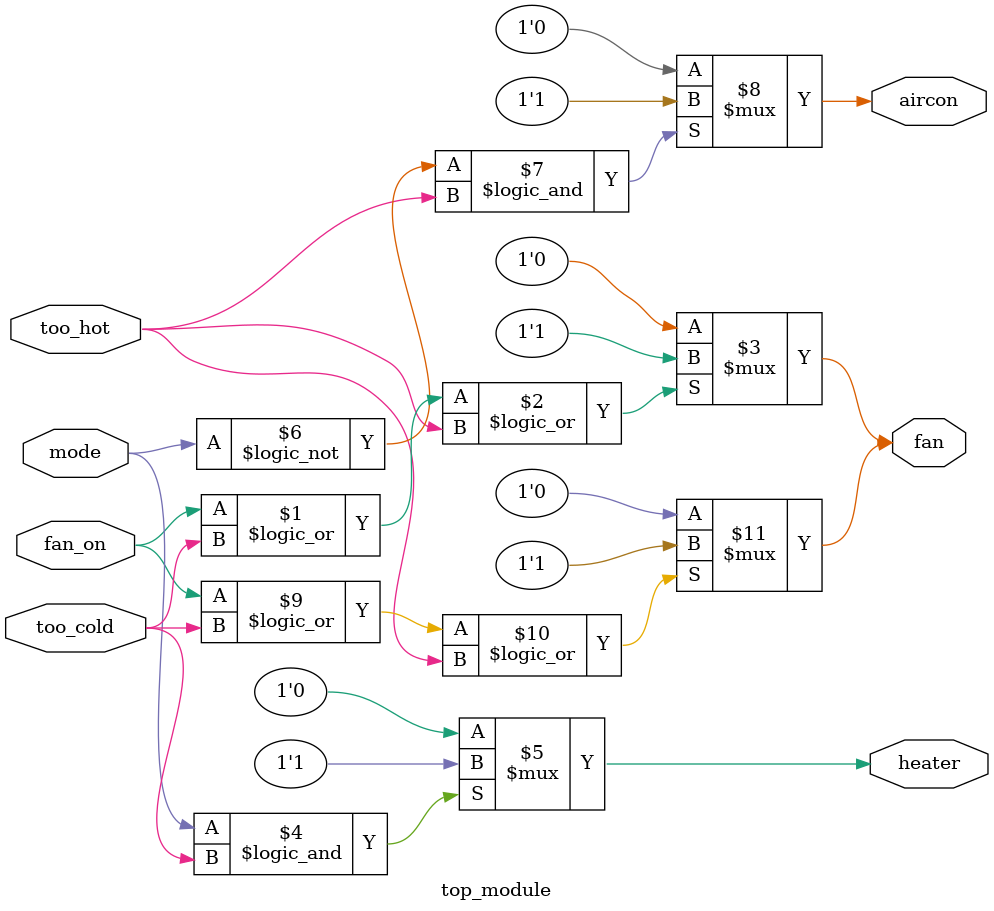
<source format=sv>
module top_module(
    input mode,
    input too_cold,
    input too_hot,
    input fan_on,
    output heater,
    output aircon,
    output fan
);

    wire fan;
    wire heater;
    wire aircon;

    assign fan = (fan_on || too_cold || too_hot) ? 1'b1 : 1'b0;
    assign heater = (mode && too_cold) ? 1'b1 : 1'b0;
    assign aircon = (!mode && too_hot) ? 1'b1 : 1'b0;

    assign fan = (fan_on || too_cold || too_hot) ? 1'b1 : 1'b0;

endmodule

</source>
